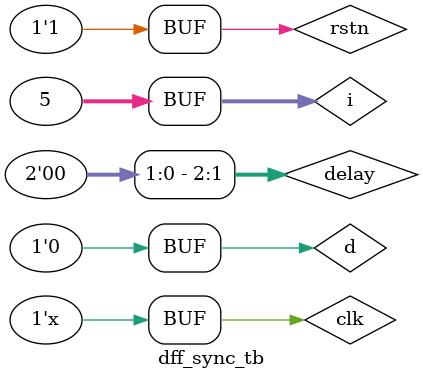
<source format=v>

module dff_sync(input d,
                input rstn,
                input clk,
                output reg q);
    
    always @(posedge clk) begin
        if (!rstn)
            q <= 0;
        else
            q <= d;
    end
endmodule
    
    module dff_sync_tb ;
        reg clk;
        reg d;
        reg rstn;
        reg[2:0] delay;
        integer  i;
        
        dff_sync dff0(
        .d(d),
        .rstn(rstn),
        .clk(clk),
        .q(q)
        );
        
        // generate clock
        always #10 clk = ~clk;
        
        // Test case
        initial begin
            clk  <= 0 ;
            d    <= 0;
            rstn <= 0;
            
            #15 d    <= 1;
            #10 rstn <= 1;
            
            for (i = 0; i < 5; i = i + 1) begin
                delay = $random;
                #(delay) d <= i;                
            end
        end
    endmodule

</source>
